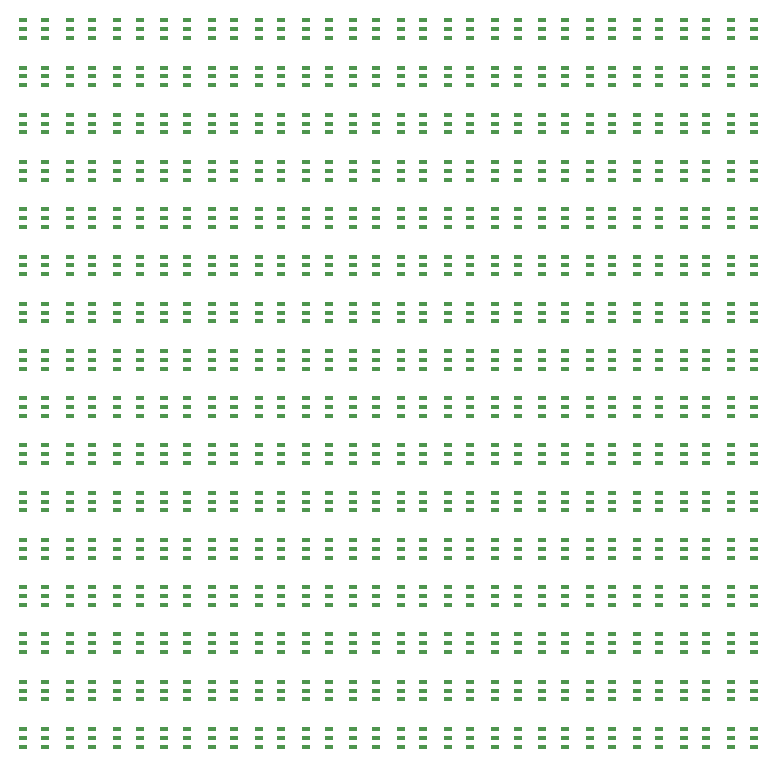
<source format=gbr>
G04 #@! TF.FileFunction,Paste,Top*
%FSLAX46Y46*%
G04 Gerber Fmt 4.6, Leading zero omitted, Abs format (unit mm)*
G04 Created by KiCad (PCBNEW 4.0.7) date 05/12/18 12:12:21*
%MOMM*%
%LPD*%
G01*
G04 APERTURE LIST*
%ADD10C,0.100000*%
%ADD11R,0.700000X0.350000*%
G04 APERTURE END LIST*
D10*
D11*
X109450000Y-133250000D03*
X107550000Y-133250000D03*
X109450000Y-132500000D03*
X107550000Y-132500000D03*
X109450000Y-131750000D03*
X107550000Y-131750000D03*
X125450000Y-129250000D03*
X123550000Y-129250000D03*
X125450000Y-128500000D03*
X123550000Y-128500000D03*
X125450000Y-127750000D03*
X123550000Y-127750000D03*
X161450000Y-125250000D03*
X159550000Y-125250000D03*
X161450000Y-124500000D03*
X159550000Y-124500000D03*
X161450000Y-123750000D03*
X159550000Y-123750000D03*
X121450000Y-109250000D03*
X119550000Y-109250000D03*
X121450000Y-108500000D03*
X119550000Y-108500000D03*
X121450000Y-107750000D03*
X119550000Y-107750000D03*
X105450000Y-105250000D03*
X103550000Y-105250000D03*
X105450000Y-104500000D03*
X103550000Y-104500000D03*
X105450000Y-103750000D03*
X103550000Y-103750000D03*
X109450000Y-105250000D03*
X107550000Y-105250000D03*
X109450000Y-104500000D03*
X107550000Y-104500000D03*
X109450000Y-103750000D03*
X107550000Y-103750000D03*
X113450000Y-105250000D03*
X111550000Y-105250000D03*
X113450000Y-104500000D03*
X111550000Y-104500000D03*
X113450000Y-103750000D03*
X111550000Y-103750000D03*
X117450000Y-105250000D03*
X115550000Y-105250000D03*
X117450000Y-104500000D03*
X115550000Y-104500000D03*
X117450000Y-103750000D03*
X115550000Y-103750000D03*
X121450000Y-105250000D03*
X119550000Y-105250000D03*
X121450000Y-104500000D03*
X119550000Y-104500000D03*
X121450000Y-103750000D03*
X119550000Y-103750000D03*
X125450000Y-105250000D03*
X123550000Y-105250000D03*
X125450000Y-104500000D03*
X123550000Y-104500000D03*
X125450000Y-103750000D03*
X123550000Y-103750000D03*
X129450000Y-105250000D03*
X127550000Y-105250000D03*
X129450000Y-104500000D03*
X127550000Y-104500000D03*
X129450000Y-103750000D03*
X127550000Y-103750000D03*
X133450000Y-105250000D03*
X131550000Y-105250000D03*
X133450000Y-104500000D03*
X131550000Y-104500000D03*
X133450000Y-103750000D03*
X131550000Y-103750000D03*
X137450000Y-105250000D03*
X135550000Y-105250000D03*
X137450000Y-104500000D03*
X135550000Y-104500000D03*
X137450000Y-103750000D03*
X135550000Y-103750000D03*
X141450000Y-105250000D03*
X139550000Y-105250000D03*
X141450000Y-104500000D03*
X139550000Y-104500000D03*
X141450000Y-103750000D03*
X139550000Y-103750000D03*
X145450000Y-105250000D03*
X143550000Y-105250000D03*
X145450000Y-104500000D03*
X143550000Y-104500000D03*
X145450000Y-103750000D03*
X143550000Y-103750000D03*
X149450000Y-105250000D03*
X147550000Y-105250000D03*
X149450000Y-104500000D03*
X147550000Y-104500000D03*
X149450000Y-103750000D03*
X147550000Y-103750000D03*
X153450000Y-105250000D03*
X151550000Y-105250000D03*
X153450000Y-104500000D03*
X151550000Y-104500000D03*
X153450000Y-103750000D03*
X151550000Y-103750000D03*
X157450000Y-105250000D03*
X155550000Y-105250000D03*
X157450000Y-104500000D03*
X155550000Y-104500000D03*
X157450000Y-103750000D03*
X155550000Y-103750000D03*
X161450000Y-105250000D03*
X159550000Y-105250000D03*
X161450000Y-104500000D03*
X159550000Y-104500000D03*
X161450000Y-103750000D03*
X159550000Y-103750000D03*
X165450000Y-105250000D03*
X163550000Y-105250000D03*
X165450000Y-104500000D03*
X163550000Y-104500000D03*
X165450000Y-103750000D03*
X163550000Y-103750000D03*
X105450000Y-109250000D03*
X103550000Y-109250000D03*
X105450000Y-108500000D03*
X103550000Y-108500000D03*
X105450000Y-107750000D03*
X103550000Y-107750000D03*
X109450000Y-109250000D03*
X107550000Y-109250000D03*
X109450000Y-108500000D03*
X107550000Y-108500000D03*
X109450000Y-107750000D03*
X107550000Y-107750000D03*
X113450000Y-109250000D03*
X111550000Y-109250000D03*
X113450000Y-108500000D03*
X111550000Y-108500000D03*
X113450000Y-107750000D03*
X111550000Y-107750000D03*
X117450000Y-109250000D03*
X115550000Y-109250000D03*
X117450000Y-108500000D03*
X115550000Y-108500000D03*
X117450000Y-107750000D03*
X115550000Y-107750000D03*
X125450000Y-109250000D03*
X123550000Y-109250000D03*
X125450000Y-108500000D03*
X123550000Y-108500000D03*
X125450000Y-107750000D03*
X123550000Y-107750000D03*
X129450000Y-109250000D03*
X127550000Y-109250000D03*
X129450000Y-108500000D03*
X127550000Y-108500000D03*
X129450000Y-107750000D03*
X127550000Y-107750000D03*
X133450000Y-109250000D03*
X131550000Y-109250000D03*
X133450000Y-108500000D03*
X131550000Y-108500000D03*
X133450000Y-107750000D03*
X131550000Y-107750000D03*
X137450000Y-109250000D03*
X135550000Y-109250000D03*
X137450000Y-108500000D03*
X135550000Y-108500000D03*
X137450000Y-107750000D03*
X135550000Y-107750000D03*
X141450000Y-109250000D03*
X139550000Y-109250000D03*
X141450000Y-108500000D03*
X139550000Y-108500000D03*
X141450000Y-107750000D03*
X139550000Y-107750000D03*
X145450000Y-109250000D03*
X143550000Y-109250000D03*
X145450000Y-108500000D03*
X143550000Y-108500000D03*
X145450000Y-107750000D03*
X143550000Y-107750000D03*
X149450000Y-109250000D03*
X147550000Y-109250000D03*
X149450000Y-108500000D03*
X147550000Y-108500000D03*
X149450000Y-107750000D03*
X147550000Y-107750000D03*
X153450000Y-109250000D03*
X151550000Y-109250000D03*
X153450000Y-108500000D03*
X151550000Y-108500000D03*
X153450000Y-107750000D03*
X151550000Y-107750000D03*
X157450000Y-109250000D03*
X155550000Y-109250000D03*
X157450000Y-108500000D03*
X155550000Y-108500000D03*
X157450000Y-107750000D03*
X155550000Y-107750000D03*
X161450000Y-109250000D03*
X159550000Y-109250000D03*
X161450000Y-108500000D03*
X159550000Y-108500000D03*
X161450000Y-107750000D03*
X159550000Y-107750000D03*
X165450000Y-109250000D03*
X163550000Y-109250000D03*
X165450000Y-108500000D03*
X163550000Y-108500000D03*
X165450000Y-107750000D03*
X163550000Y-107750000D03*
X105450000Y-113250000D03*
X103550000Y-113250000D03*
X105450000Y-112500000D03*
X103550000Y-112500000D03*
X105450000Y-111750000D03*
X103550000Y-111750000D03*
X109450000Y-113250000D03*
X107550000Y-113250000D03*
X109450000Y-112500000D03*
X107550000Y-112500000D03*
X109450000Y-111750000D03*
X107550000Y-111750000D03*
X113450000Y-113250000D03*
X111550000Y-113250000D03*
X113450000Y-112500000D03*
X111550000Y-112500000D03*
X113450000Y-111750000D03*
X111550000Y-111750000D03*
X117450000Y-113250000D03*
X115550000Y-113250000D03*
X117450000Y-112500000D03*
X115550000Y-112500000D03*
X117450000Y-111750000D03*
X115550000Y-111750000D03*
X121450000Y-113250000D03*
X119550000Y-113250000D03*
X121450000Y-112500000D03*
X119550000Y-112500000D03*
X121450000Y-111750000D03*
X119550000Y-111750000D03*
X125450000Y-113250000D03*
X123550000Y-113250000D03*
X125450000Y-112500000D03*
X123550000Y-112500000D03*
X125450000Y-111750000D03*
X123550000Y-111750000D03*
X129450000Y-113250000D03*
X127550000Y-113250000D03*
X129450000Y-112500000D03*
X127550000Y-112500000D03*
X129450000Y-111750000D03*
X127550000Y-111750000D03*
X133450000Y-113250000D03*
X131550000Y-113250000D03*
X133450000Y-112500000D03*
X131550000Y-112500000D03*
X133450000Y-111750000D03*
X131550000Y-111750000D03*
X137450000Y-113250000D03*
X135550000Y-113250000D03*
X137450000Y-112500000D03*
X135550000Y-112500000D03*
X137450000Y-111750000D03*
X135550000Y-111750000D03*
X141450000Y-113250000D03*
X139550000Y-113250000D03*
X141450000Y-112500000D03*
X139550000Y-112500000D03*
X141450000Y-111750000D03*
X139550000Y-111750000D03*
X145450000Y-113250000D03*
X143550000Y-113250000D03*
X145450000Y-112500000D03*
X143550000Y-112500000D03*
X145450000Y-111750000D03*
X143550000Y-111750000D03*
X149450000Y-113250000D03*
X147550000Y-113250000D03*
X149450000Y-112500000D03*
X147550000Y-112500000D03*
X149450000Y-111750000D03*
X147550000Y-111750000D03*
X153450000Y-113250000D03*
X151550000Y-113250000D03*
X153450000Y-112500000D03*
X151550000Y-112500000D03*
X153450000Y-111750000D03*
X151550000Y-111750000D03*
X157450000Y-113250000D03*
X155550000Y-113250000D03*
X157450000Y-112500000D03*
X155550000Y-112500000D03*
X157450000Y-111750000D03*
X155550000Y-111750000D03*
X161450000Y-113250000D03*
X159550000Y-113250000D03*
X161450000Y-112500000D03*
X159550000Y-112500000D03*
X161450000Y-111750000D03*
X159550000Y-111750000D03*
X165450000Y-113250000D03*
X163550000Y-113250000D03*
X165450000Y-112500000D03*
X163550000Y-112500000D03*
X165450000Y-111750000D03*
X163550000Y-111750000D03*
X105450000Y-117250000D03*
X103550000Y-117250000D03*
X105450000Y-116500000D03*
X103550000Y-116500000D03*
X105450000Y-115750000D03*
X103550000Y-115750000D03*
X109450000Y-117250000D03*
X107550000Y-117250000D03*
X109450000Y-116500000D03*
X107550000Y-116500000D03*
X109450000Y-115750000D03*
X107550000Y-115750000D03*
X113450000Y-117250000D03*
X111550000Y-117250000D03*
X113450000Y-116500000D03*
X111550000Y-116500000D03*
X113450000Y-115750000D03*
X111550000Y-115750000D03*
X117450000Y-117250000D03*
X115550000Y-117250000D03*
X117450000Y-116500000D03*
X115550000Y-116500000D03*
X117450000Y-115750000D03*
X115550000Y-115750000D03*
X121450000Y-117250000D03*
X119550000Y-117250000D03*
X121450000Y-116500000D03*
X119550000Y-116500000D03*
X121450000Y-115750000D03*
X119550000Y-115750000D03*
X125450000Y-117250000D03*
X123550000Y-117250000D03*
X125450000Y-116500000D03*
X123550000Y-116500000D03*
X125450000Y-115750000D03*
X123550000Y-115750000D03*
X129450000Y-117250000D03*
X127550000Y-117250000D03*
X129450000Y-116500000D03*
X127550000Y-116500000D03*
X129450000Y-115750000D03*
X127550000Y-115750000D03*
X133450000Y-117250000D03*
X131550000Y-117250000D03*
X133450000Y-116500000D03*
X131550000Y-116500000D03*
X133450000Y-115750000D03*
X131550000Y-115750000D03*
X137450000Y-117250000D03*
X135550000Y-117250000D03*
X137450000Y-116500000D03*
X135550000Y-116500000D03*
X137450000Y-115750000D03*
X135550000Y-115750000D03*
X141450000Y-117250000D03*
X139550000Y-117250000D03*
X141450000Y-116500000D03*
X139550000Y-116500000D03*
X141450000Y-115750000D03*
X139550000Y-115750000D03*
X145450000Y-117250000D03*
X143550000Y-117250000D03*
X145450000Y-116500000D03*
X143550000Y-116500000D03*
X145450000Y-115750000D03*
X143550000Y-115750000D03*
X149450000Y-117250000D03*
X147550000Y-117250000D03*
X149450000Y-116500000D03*
X147550000Y-116500000D03*
X149450000Y-115750000D03*
X147550000Y-115750000D03*
X153450000Y-117250000D03*
X151550000Y-117250000D03*
X153450000Y-116500000D03*
X151550000Y-116500000D03*
X153450000Y-115750000D03*
X151550000Y-115750000D03*
X157450000Y-117250000D03*
X155550000Y-117250000D03*
X157450000Y-116500000D03*
X155550000Y-116500000D03*
X157450000Y-115750000D03*
X155550000Y-115750000D03*
X161450000Y-117250000D03*
X159550000Y-117250000D03*
X161450000Y-116500000D03*
X159550000Y-116500000D03*
X161450000Y-115750000D03*
X159550000Y-115750000D03*
X165450000Y-117250000D03*
X163550000Y-117250000D03*
X165450000Y-116500000D03*
X163550000Y-116500000D03*
X165450000Y-115750000D03*
X163550000Y-115750000D03*
X105450000Y-121250000D03*
X103550000Y-121250000D03*
X105450000Y-120500000D03*
X103550000Y-120500000D03*
X105450000Y-119750000D03*
X103550000Y-119750000D03*
X109450000Y-121250000D03*
X107550000Y-121250000D03*
X109450000Y-120500000D03*
X107550000Y-120500000D03*
X109450000Y-119750000D03*
X107550000Y-119750000D03*
X113450000Y-121250000D03*
X111550000Y-121250000D03*
X113450000Y-120500000D03*
X111550000Y-120500000D03*
X113450000Y-119750000D03*
X111550000Y-119750000D03*
X117450000Y-121250000D03*
X115550000Y-121250000D03*
X117450000Y-120500000D03*
X115550000Y-120500000D03*
X117450000Y-119750000D03*
X115550000Y-119750000D03*
X121450000Y-121250000D03*
X119550000Y-121250000D03*
X121450000Y-120500000D03*
X119550000Y-120500000D03*
X121450000Y-119750000D03*
X119550000Y-119750000D03*
X125450000Y-121250000D03*
X123550000Y-121250000D03*
X125450000Y-120500000D03*
X123550000Y-120500000D03*
X125450000Y-119750000D03*
X123550000Y-119750000D03*
X129450000Y-121250000D03*
X127550000Y-121250000D03*
X129450000Y-120500000D03*
X127550000Y-120500000D03*
X129450000Y-119750000D03*
X127550000Y-119750000D03*
X133450000Y-121250000D03*
X131550000Y-121250000D03*
X133450000Y-120500000D03*
X131550000Y-120500000D03*
X133450000Y-119750000D03*
X131550000Y-119750000D03*
X137450000Y-121250000D03*
X135550000Y-121250000D03*
X137450000Y-120500000D03*
X135550000Y-120500000D03*
X137450000Y-119750000D03*
X135550000Y-119750000D03*
X141450000Y-121250000D03*
X139550000Y-121250000D03*
X141450000Y-120500000D03*
X139550000Y-120500000D03*
X141450000Y-119750000D03*
X139550000Y-119750000D03*
X145450000Y-121250000D03*
X143550000Y-121250000D03*
X145450000Y-120500000D03*
X143550000Y-120500000D03*
X145450000Y-119750000D03*
X143550000Y-119750000D03*
X149450000Y-121250000D03*
X147550000Y-121250000D03*
X149450000Y-120500000D03*
X147550000Y-120500000D03*
X149450000Y-119750000D03*
X147550000Y-119750000D03*
X153450000Y-121250000D03*
X151550000Y-121250000D03*
X153450000Y-120500000D03*
X151550000Y-120500000D03*
X153450000Y-119750000D03*
X151550000Y-119750000D03*
X157450000Y-121250000D03*
X155550000Y-121250000D03*
X157450000Y-120500000D03*
X155550000Y-120500000D03*
X157450000Y-119750000D03*
X155550000Y-119750000D03*
X161450000Y-121250000D03*
X159550000Y-121250000D03*
X161450000Y-120500000D03*
X159550000Y-120500000D03*
X161450000Y-119750000D03*
X159550000Y-119750000D03*
X165450000Y-121250000D03*
X163550000Y-121250000D03*
X165450000Y-120500000D03*
X163550000Y-120500000D03*
X165450000Y-119750000D03*
X163550000Y-119750000D03*
X105450000Y-125250000D03*
X103550000Y-125250000D03*
X105450000Y-124500000D03*
X103550000Y-124500000D03*
X105450000Y-123750000D03*
X103550000Y-123750000D03*
X109450000Y-125250000D03*
X107550000Y-125250000D03*
X109450000Y-124500000D03*
X107550000Y-124500000D03*
X109450000Y-123750000D03*
X107550000Y-123750000D03*
X113450000Y-125250000D03*
X111550000Y-125250000D03*
X113450000Y-124500000D03*
X111550000Y-124500000D03*
X113450000Y-123750000D03*
X111550000Y-123750000D03*
X117450000Y-125250000D03*
X115550000Y-125250000D03*
X117450000Y-124500000D03*
X115550000Y-124500000D03*
X117450000Y-123750000D03*
X115550000Y-123750000D03*
X121450000Y-125250000D03*
X119550000Y-125250000D03*
X121450000Y-124500000D03*
X119550000Y-124500000D03*
X121450000Y-123750000D03*
X119550000Y-123750000D03*
X125450000Y-125250000D03*
X123550000Y-125250000D03*
X125450000Y-124500000D03*
X123550000Y-124500000D03*
X125450000Y-123750000D03*
X123550000Y-123750000D03*
X129450000Y-125250000D03*
X127550000Y-125250000D03*
X129450000Y-124500000D03*
X127550000Y-124500000D03*
X129450000Y-123750000D03*
X127550000Y-123750000D03*
X133450000Y-125250000D03*
X131550000Y-125250000D03*
X133450000Y-124500000D03*
X131550000Y-124500000D03*
X133450000Y-123750000D03*
X131550000Y-123750000D03*
X137450000Y-125250000D03*
X135550000Y-125250000D03*
X137450000Y-124500000D03*
X135550000Y-124500000D03*
X137450000Y-123750000D03*
X135550000Y-123750000D03*
X141450000Y-125250000D03*
X139550000Y-125250000D03*
X141450000Y-124500000D03*
X139550000Y-124500000D03*
X141450000Y-123750000D03*
X139550000Y-123750000D03*
X145450000Y-125250000D03*
X143550000Y-125250000D03*
X145450000Y-124500000D03*
X143550000Y-124500000D03*
X145450000Y-123750000D03*
X143550000Y-123750000D03*
X149450000Y-125250000D03*
X147550000Y-125250000D03*
X149450000Y-124500000D03*
X147550000Y-124500000D03*
X149450000Y-123750000D03*
X147550000Y-123750000D03*
X153450000Y-125250000D03*
X151550000Y-125250000D03*
X153450000Y-124500000D03*
X151550000Y-124500000D03*
X153450000Y-123750000D03*
X151550000Y-123750000D03*
X157450000Y-125250000D03*
X155550000Y-125250000D03*
X157450000Y-124500000D03*
X155550000Y-124500000D03*
X157450000Y-123750000D03*
X155550000Y-123750000D03*
X165450000Y-125250000D03*
X163550000Y-125250000D03*
X165450000Y-124500000D03*
X163550000Y-124500000D03*
X165450000Y-123750000D03*
X163550000Y-123750000D03*
X105450000Y-129250000D03*
X103550000Y-129250000D03*
X105450000Y-128500000D03*
X103550000Y-128500000D03*
X105450000Y-127750000D03*
X103550000Y-127750000D03*
X109450000Y-129250000D03*
X107550000Y-129250000D03*
X109450000Y-128500000D03*
X107550000Y-128500000D03*
X109450000Y-127750000D03*
X107550000Y-127750000D03*
X113450000Y-129250000D03*
X111550000Y-129250000D03*
X113450000Y-128500000D03*
X111550000Y-128500000D03*
X113450000Y-127750000D03*
X111550000Y-127750000D03*
X117450000Y-129250000D03*
X115550000Y-129250000D03*
X117450000Y-128500000D03*
X115550000Y-128500000D03*
X117450000Y-127750000D03*
X115550000Y-127750000D03*
X121450000Y-129250000D03*
X119550000Y-129250000D03*
X121450000Y-128500000D03*
X119550000Y-128500000D03*
X121450000Y-127750000D03*
X119550000Y-127750000D03*
X129450000Y-129250000D03*
X127550000Y-129250000D03*
X129450000Y-128500000D03*
X127550000Y-128500000D03*
X129450000Y-127750000D03*
X127550000Y-127750000D03*
X133450000Y-129250000D03*
X131550000Y-129250000D03*
X133450000Y-128500000D03*
X131550000Y-128500000D03*
X133450000Y-127750000D03*
X131550000Y-127750000D03*
X137450000Y-129250000D03*
X135550000Y-129250000D03*
X137450000Y-128500000D03*
X135550000Y-128500000D03*
X137450000Y-127750000D03*
X135550000Y-127750000D03*
X141450000Y-129250000D03*
X139550000Y-129250000D03*
X141450000Y-128500000D03*
X139550000Y-128500000D03*
X141450000Y-127750000D03*
X139550000Y-127750000D03*
X145450000Y-129250000D03*
X143550000Y-129250000D03*
X145450000Y-128500000D03*
X143550000Y-128500000D03*
X145450000Y-127750000D03*
X143550000Y-127750000D03*
X149450000Y-129250000D03*
X147550000Y-129250000D03*
X149450000Y-128500000D03*
X147550000Y-128500000D03*
X149450000Y-127750000D03*
X147550000Y-127750000D03*
X153450000Y-129250000D03*
X151550000Y-129250000D03*
X153450000Y-128500000D03*
X151550000Y-128500000D03*
X153450000Y-127750000D03*
X151550000Y-127750000D03*
X157450000Y-129250000D03*
X155550000Y-129250000D03*
X157450000Y-128500000D03*
X155550000Y-128500000D03*
X157450000Y-127750000D03*
X155550000Y-127750000D03*
X161450000Y-129250000D03*
X159550000Y-129250000D03*
X161450000Y-128500000D03*
X159550000Y-128500000D03*
X161450000Y-127750000D03*
X159550000Y-127750000D03*
X165450000Y-129250000D03*
X163550000Y-129250000D03*
X165450000Y-128500000D03*
X163550000Y-128500000D03*
X165450000Y-127750000D03*
X163550000Y-127750000D03*
X105450000Y-133250000D03*
X103550000Y-133250000D03*
X105450000Y-132500000D03*
X103550000Y-132500000D03*
X105450000Y-131750000D03*
X103550000Y-131750000D03*
X113450000Y-133250000D03*
X111550000Y-133250000D03*
X113450000Y-132500000D03*
X111550000Y-132500000D03*
X113450000Y-131750000D03*
X111550000Y-131750000D03*
X117450000Y-133250000D03*
X115550000Y-133250000D03*
X117450000Y-132500000D03*
X115550000Y-132500000D03*
X117450000Y-131750000D03*
X115550000Y-131750000D03*
X121450000Y-133250000D03*
X119550000Y-133250000D03*
X121450000Y-132500000D03*
X119550000Y-132500000D03*
X121450000Y-131750000D03*
X119550000Y-131750000D03*
X125450000Y-133250000D03*
X123550000Y-133250000D03*
X125450000Y-132500000D03*
X123550000Y-132500000D03*
X125450000Y-131750000D03*
X123550000Y-131750000D03*
X129450000Y-133250000D03*
X127550000Y-133250000D03*
X129450000Y-132500000D03*
X127550000Y-132500000D03*
X129450000Y-131750000D03*
X127550000Y-131750000D03*
X133450000Y-133250000D03*
X131550000Y-133250000D03*
X133450000Y-132500000D03*
X131550000Y-132500000D03*
X133450000Y-131750000D03*
X131550000Y-131750000D03*
X137450000Y-133250000D03*
X135550000Y-133250000D03*
X137450000Y-132500000D03*
X135550000Y-132500000D03*
X137450000Y-131750000D03*
X135550000Y-131750000D03*
X141450000Y-133250000D03*
X139550000Y-133250000D03*
X141450000Y-132500000D03*
X139550000Y-132500000D03*
X141450000Y-131750000D03*
X139550000Y-131750000D03*
X145450000Y-133250000D03*
X143550000Y-133250000D03*
X145450000Y-132500000D03*
X143550000Y-132500000D03*
X145450000Y-131750000D03*
X143550000Y-131750000D03*
X149450000Y-133250000D03*
X147550000Y-133250000D03*
X149450000Y-132500000D03*
X147550000Y-132500000D03*
X149450000Y-131750000D03*
X147550000Y-131750000D03*
X153450000Y-133250000D03*
X151550000Y-133250000D03*
X153450000Y-132500000D03*
X151550000Y-132500000D03*
X153450000Y-131750000D03*
X151550000Y-131750000D03*
X157450000Y-133250000D03*
X155550000Y-133250000D03*
X157450000Y-132500000D03*
X155550000Y-132500000D03*
X157450000Y-131750000D03*
X155550000Y-131750000D03*
X161450000Y-133250000D03*
X159550000Y-133250000D03*
X161450000Y-132500000D03*
X159550000Y-132500000D03*
X161450000Y-131750000D03*
X159550000Y-131750000D03*
X165450000Y-133250000D03*
X163550000Y-133250000D03*
X165450000Y-132500000D03*
X163550000Y-132500000D03*
X165450000Y-131750000D03*
X163550000Y-131750000D03*
X105450000Y-137250000D03*
X103550000Y-137250000D03*
X105450000Y-136500000D03*
X103550000Y-136500000D03*
X105450000Y-135750000D03*
X103550000Y-135750000D03*
X109450000Y-137250000D03*
X107550000Y-137250000D03*
X109450000Y-136500000D03*
X107550000Y-136500000D03*
X109450000Y-135750000D03*
X107550000Y-135750000D03*
X113450000Y-137250000D03*
X111550000Y-137250000D03*
X113450000Y-136500000D03*
X111550000Y-136500000D03*
X113450000Y-135750000D03*
X111550000Y-135750000D03*
X117450000Y-137250000D03*
X115550000Y-137250000D03*
X117450000Y-136500000D03*
X115550000Y-136500000D03*
X117450000Y-135750000D03*
X115550000Y-135750000D03*
X121450000Y-137250000D03*
X119550000Y-137250000D03*
X121450000Y-136500000D03*
X119550000Y-136500000D03*
X121450000Y-135750000D03*
X119550000Y-135750000D03*
X125450000Y-137250000D03*
X123550000Y-137250000D03*
X125450000Y-136500000D03*
X123550000Y-136500000D03*
X125450000Y-135750000D03*
X123550000Y-135750000D03*
X129450000Y-137250000D03*
X127550000Y-137250000D03*
X129450000Y-136500000D03*
X127550000Y-136500000D03*
X129450000Y-135750000D03*
X127550000Y-135750000D03*
X133450000Y-137250000D03*
X131550000Y-137250000D03*
X133450000Y-136500000D03*
X131550000Y-136500000D03*
X133450000Y-135750000D03*
X131550000Y-135750000D03*
X137450000Y-137250000D03*
X135550000Y-137250000D03*
X137450000Y-136500000D03*
X135550000Y-136500000D03*
X137450000Y-135750000D03*
X135550000Y-135750000D03*
X141450000Y-137250000D03*
X139550000Y-137250000D03*
X141450000Y-136500000D03*
X139550000Y-136500000D03*
X141450000Y-135750000D03*
X139550000Y-135750000D03*
X145450000Y-137250000D03*
X143550000Y-137250000D03*
X145450000Y-136500000D03*
X143550000Y-136500000D03*
X145450000Y-135750000D03*
X143550000Y-135750000D03*
X149450000Y-137250000D03*
X147550000Y-137250000D03*
X149450000Y-136500000D03*
X147550000Y-136500000D03*
X149450000Y-135750000D03*
X147550000Y-135750000D03*
X153450000Y-137250000D03*
X151550000Y-137250000D03*
X153450000Y-136500000D03*
X151550000Y-136500000D03*
X153450000Y-135750000D03*
X151550000Y-135750000D03*
X157450000Y-137250000D03*
X155550000Y-137250000D03*
X157450000Y-136500000D03*
X155550000Y-136500000D03*
X157450000Y-135750000D03*
X155550000Y-135750000D03*
X161450000Y-137250000D03*
X159550000Y-137250000D03*
X161450000Y-136500000D03*
X159550000Y-136500000D03*
X161450000Y-135750000D03*
X159550000Y-135750000D03*
X165450000Y-137250000D03*
X163550000Y-137250000D03*
X165450000Y-136500000D03*
X163550000Y-136500000D03*
X165450000Y-135750000D03*
X163550000Y-135750000D03*
X105450000Y-141250000D03*
X103550000Y-141250000D03*
X105450000Y-140500000D03*
X103550000Y-140500000D03*
X105450000Y-139750000D03*
X103550000Y-139750000D03*
X109450000Y-141250000D03*
X107550000Y-141250000D03*
X109450000Y-140500000D03*
X107550000Y-140500000D03*
X109450000Y-139750000D03*
X107550000Y-139750000D03*
X113450000Y-141250000D03*
X111550000Y-141250000D03*
X113450000Y-140500000D03*
X111550000Y-140500000D03*
X113450000Y-139750000D03*
X111550000Y-139750000D03*
X117450000Y-141250000D03*
X115550000Y-141250000D03*
X117450000Y-140500000D03*
X115550000Y-140500000D03*
X117450000Y-139750000D03*
X115550000Y-139750000D03*
X121450000Y-141250000D03*
X119550000Y-141250000D03*
X121450000Y-140500000D03*
X119550000Y-140500000D03*
X121450000Y-139750000D03*
X119550000Y-139750000D03*
X125450000Y-141250000D03*
X123550000Y-141250000D03*
X125450000Y-140500000D03*
X123550000Y-140500000D03*
X125450000Y-139750000D03*
X123550000Y-139750000D03*
X129450000Y-141250000D03*
X127550000Y-141250000D03*
X129450000Y-140500000D03*
X127550000Y-140500000D03*
X129450000Y-139750000D03*
X127550000Y-139750000D03*
X133450000Y-141250000D03*
X131550000Y-141250000D03*
X133450000Y-140500000D03*
X131550000Y-140500000D03*
X133450000Y-139750000D03*
X131550000Y-139750000D03*
X137450000Y-141250000D03*
X135550000Y-141250000D03*
X137450000Y-140500000D03*
X135550000Y-140500000D03*
X137450000Y-139750000D03*
X135550000Y-139750000D03*
X141450000Y-141250000D03*
X139550000Y-141250000D03*
X141450000Y-140500000D03*
X139550000Y-140500000D03*
X141450000Y-139750000D03*
X139550000Y-139750000D03*
X145450000Y-141250000D03*
X143550000Y-141250000D03*
X145450000Y-140500000D03*
X143550000Y-140500000D03*
X145450000Y-139750000D03*
X143550000Y-139750000D03*
X149450000Y-141250000D03*
X147550000Y-141250000D03*
X149450000Y-140500000D03*
X147550000Y-140500000D03*
X149450000Y-139750000D03*
X147550000Y-139750000D03*
X153450000Y-141250000D03*
X151550000Y-141250000D03*
X153450000Y-140500000D03*
X151550000Y-140500000D03*
X153450000Y-139750000D03*
X151550000Y-139750000D03*
X157450000Y-141250000D03*
X155550000Y-141250000D03*
X157450000Y-140500000D03*
X155550000Y-140500000D03*
X157450000Y-139750000D03*
X155550000Y-139750000D03*
X161450000Y-141250000D03*
X159550000Y-141250000D03*
X161450000Y-140500000D03*
X159550000Y-140500000D03*
X161450000Y-139750000D03*
X159550000Y-139750000D03*
X165450000Y-141250000D03*
X163550000Y-141250000D03*
X165450000Y-140500000D03*
X163550000Y-140500000D03*
X165450000Y-139750000D03*
X163550000Y-139750000D03*
X105450000Y-145250000D03*
X103550000Y-145250000D03*
X105450000Y-144500000D03*
X103550000Y-144500000D03*
X105450000Y-143750000D03*
X103550000Y-143750000D03*
X109450000Y-145250000D03*
X107550000Y-145250000D03*
X109450000Y-144500000D03*
X107550000Y-144500000D03*
X109450000Y-143750000D03*
X107550000Y-143750000D03*
X113450000Y-145250000D03*
X111550000Y-145250000D03*
X113450000Y-144500000D03*
X111550000Y-144500000D03*
X113450000Y-143750000D03*
X111550000Y-143750000D03*
X117450000Y-145250000D03*
X115550000Y-145250000D03*
X117450000Y-144500000D03*
X115550000Y-144500000D03*
X117450000Y-143750000D03*
X115550000Y-143750000D03*
X121450000Y-145250000D03*
X119550000Y-145250000D03*
X121450000Y-144500000D03*
X119550000Y-144500000D03*
X121450000Y-143750000D03*
X119550000Y-143750000D03*
X125450000Y-145250000D03*
X123550000Y-145250000D03*
X125450000Y-144500000D03*
X123550000Y-144500000D03*
X125450000Y-143750000D03*
X123550000Y-143750000D03*
X129450000Y-145250000D03*
X127550000Y-145250000D03*
X129450000Y-144500000D03*
X127550000Y-144500000D03*
X129450000Y-143750000D03*
X127550000Y-143750000D03*
X133450000Y-145250000D03*
X131550000Y-145250000D03*
X133450000Y-144500000D03*
X131550000Y-144500000D03*
X133450000Y-143750000D03*
X131550000Y-143750000D03*
X137450000Y-145250000D03*
X135550000Y-145250000D03*
X137450000Y-144500000D03*
X135550000Y-144500000D03*
X137450000Y-143750000D03*
X135550000Y-143750000D03*
X141450000Y-145250000D03*
X139550000Y-145250000D03*
X141450000Y-144500000D03*
X139550000Y-144500000D03*
X141450000Y-143750000D03*
X139550000Y-143750000D03*
X145450000Y-145250000D03*
X143550000Y-145250000D03*
X145450000Y-144500000D03*
X143550000Y-144500000D03*
X145450000Y-143750000D03*
X143550000Y-143750000D03*
X149450000Y-145250000D03*
X147550000Y-145250000D03*
X149450000Y-144500000D03*
X147550000Y-144500000D03*
X149450000Y-143750000D03*
X147550000Y-143750000D03*
X153450000Y-145250000D03*
X151550000Y-145250000D03*
X153450000Y-144500000D03*
X151550000Y-144500000D03*
X153450000Y-143750000D03*
X151550000Y-143750000D03*
X157450000Y-145250000D03*
X155550000Y-145250000D03*
X157450000Y-144500000D03*
X155550000Y-144500000D03*
X157450000Y-143750000D03*
X155550000Y-143750000D03*
X161450000Y-145250000D03*
X159550000Y-145250000D03*
X161450000Y-144500000D03*
X159550000Y-144500000D03*
X161450000Y-143750000D03*
X159550000Y-143750000D03*
X165450000Y-145250000D03*
X163550000Y-145250000D03*
X165450000Y-144500000D03*
X163550000Y-144500000D03*
X165450000Y-143750000D03*
X163550000Y-143750000D03*
X105450000Y-149250000D03*
X103550000Y-149250000D03*
X105450000Y-148500000D03*
X103550000Y-148500000D03*
X105450000Y-147750000D03*
X103550000Y-147750000D03*
X109450000Y-149250000D03*
X107550000Y-149250000D03*
X109450000Y-148500000D03*
X107550000Y-148500000D03*
X109450000Y-147750000D03*
X107550000Y-147750000D03*
X113450000Y-149250000D03*
X111550000Y-149250000D03*
X113450000Y-148500000D03*
X111550000Y-148500000D03*
X113450000Y-147750000D03*
X111550000Y-147750000D03*
X117450000Y-149250000D03*
X115550000Y-149250000D03*
X117450000Y-148500000D03*
X115550000Y-148500000D03*
X117450000Y-147750000D03*
X115550000Y-147750000D03*
X121450000Y-149250000D03*
X119550000Y-149250000D03*
X121450000Y-148500000D03*
X119550000Y-148500000D03*
X121450000Y-147750000D03*
X119550000Y-147750000D03*
X125450000Y-149250000D03*
X123550000Y-149250000D03*
X125450000Y-148500000D03*
X123550000Y-148500000D03*
X125450000Y-147750000D03*
X123550000Y-147750000D03*
X129450000Y-149250000D03*
X127550000Y-149250000D03*
X129450000Y-148500000D03*
X127550000Y-148500000D03*
X129450000Y-147750000D03*
X127550000Y-147750000D03*
X133450000Y-149250000D03*
X131550000Y-149250000D03*
X133450000Y-148500000D03*
X131550000Y-148500000D03*
X133450000Y-147750000D03*
X131550000Y-147750000D03*
X137450000Y-149250000D03*
X135550000Y-149250000D03*
X137450000Y-148500000D03*
X135550000Y-148500000D03*
X137450000Y-147750000D03*
X135550000Y-147750000D03*
X141450000Y-149250000D03*
X139550000Y-149250000D03*
X141450000Y-148500000D03*
X139550000Y-148500000D03*
X141450000Y-147750000D03*
X139550000Y-147750000D03*
X145450000Y-149250000D03*
X143550000Y-149250000D03*
X145450000Y-148500000D03*
X143550000Y-148500000D03*
X145450000Y-147750000D03*
X143550000Y-147750000D03*
X149450000Y-149250000D03*
X147550000Y-149250000D03*
X149450000Y-148500000D03*
X147550000Y-148500000D03*
X149450000Y-147750000D03*
X147550000Y-147750000D03*
X153450000Y-149250000D03*
X151550000Y-149250000D03*
X153450000Y-148500000D03*
X151550000Y-148500000D03*
X153450000Y-147750000D03*
X151550000Y-147750000D03*
X157450000Y-149250000D03*
X155550000Y-149250000D03*
X157450000Y-148500000D03*
X155550000Y-148500000D03*
X157450000Y-147750000D03*
X155550000Y-147750000D03*
X161450000Y-149250000D03*
X159550000Y-149250000D03*
X161450000Y-148500000D03*
X159550000Y-148500000D03*
X161450000Y-147750000D03*
X159550000Y-147750000D03*
X165450000Y-149250000D03*
X163550000Y-149250000D03*
X165450000Y-148500000D03*
X163550000Y-148500000D03*
X165450000Y-147750000D03*
X163550000Y-147750000D03*
X105450000Y-153250000D03*
X103550000Y-153250000D03*
X105450000Y-152500000D03*
X103550000Y-152500000D03*
X105450000Y-151750000D03*
X103550000Y-151750000D03*
X109450000Y-153250000D03*
X107550000Y-153250000D03*
X109450000Y-152500000D03*
X107550000Y-152500000D03*
X109450000Y-151750000D03*
X107550000Y-151750000D03*
X113450000Y-153250000D03*
X111550000Y-153250000D03*
X113450000Y-152500000D03*
X111550000Y-152500000D03*
X113450000Y-151750000D03*
X111550000Y-151750000D03*
X117450000Y-153250000D03*
X115550000Y-153250000D03*
X117450000Y-152500000D03*
X115550000Y-152500000D03*
X117450000Y-151750000D03*
X115550000Y-151750000D03*
X121450000Y-153250000D03*
X119550000Y-153250000D03*
X121450000Y-152500000D03*
X119550000Y-152500000D03*
X121450000Y-151750000D03*
X119550000Y-151750000D03*
X125450000Y-153250000D03*
X123550000Y-153250000D03*
X125450000Y-152500000D03*
X123550000Y-152500000D03*
X125450000Y-151750000D03*
X123550000Y-151750000D03*
X129450000Y-153250000D03*
X127550000Y-153250000D03*
X129450000Y-152500000D03*
X127550000Y-152500000D03*
X129450000Y-151750000D03*
X127550000Y-151750000D03*
X133450000Y-153250000D03*
X131550000Y-153250000D03*
X133450000Y-152500000D03*
X131550000Y-152500000D03*
X133450000Y-151750000D03*
X131550000Y-151750000D03*
X137450000Y-153250000D03*
X135550000Y-153250000D03*
X137450000Y-152500000D03*
X135550000Y-152500000D03*
X137450000Y-151750000D03*
X135550000Y-151750000D03*
X141450000Y-153250000D03*
X139550000Y-153250000D03*
X141450000Y-152500000D03*
X139550000Y-152500000D03*
X141450000Y-151750000D03*
X139550000Y-151750000D03*
X145450000Y-153250000D03*
X143550000Y-153250000D03*
X145450000Y-152500000D03*
X143550000Y-152500000D03*
X145450000Y-151750000D03*
X143550000Y-151750000D03*
X149450000Y-153250000D03*
X147550000Y-153250000D03*
X149450000Y-152500000D03*
X147550000Y-152500000D03*
X149450000Y-151750000D03*
X147550000Y-151750000D03*
X153450000Y-153250000D03*
X151550000Y-153250000D03*
X153450000Y-152500000D03*
X151550000Y-152500000D03*
X153450000Y-151750000D03*
X151550000Y-151750000D03*
X157450000Y-153250000D03*
X155550000Y-153250000D03*
X157450000Y-152500000D03*
X155550000Y-152500000D03*
X157450000Y-151750000D03*
X155550000Y-151750000D03*
X161450000Y-153250000D03*
X159550000Y-153250000D03*
X161450000Y-152500000D03*
X159550000Y-152500000D03*
X161450000Y-151750000D03*
X159550000Y-151750000D03*
X165450000Y-153250000D03*
X163550000Y-153250000D03*
X165450000Y-152500000D03*
X163550000Y-152500000D03*
X165450000Y-151750000D03*
X163550000Y-151750000D03*
X105450000Y-157250000D03*
X103550000Y-157250000D03*
X105450000Y-156500000D03*
X103550000Y-156500000D03*
X105450000Y-155750000D03*
X103550000Y-155750000D03*
X109450000Y-157250000D03*
X107550000Y-157250000D03*
X109450000Y-156500000D03*
X107550000Y-156500000D03*
X109450000Y-155750000D03*
X107550000Y-155750000D03*
X113450000Y-157250000D03*
X111550000Y-157250000D03*
X113450000Y-156500000D03*
X111550000Y-156500000D03*
X113450000Y-155750000D03*
X111550000Y-155750000D03*
X117450000Y-157250000D03*
X115550000Y-157250000D03*
X117450000Y-156500000D03*
X115550000Y-156500000D03*
X117450000Y-155750000D03*
X115550000Y-155750000D03*
X121450000Y-157250000D03*
X119550000Y-157250000D03*
X121450000Y-156500000D03*
X119550000Y-156500000D03*
X121450000Y-155750000D03*
X119550000Y-155750000D03*
X125450000Y-157250000D03*
X123550000Y-157250000D03*
X125450000Y-156500000D03*
X123550000Y-156500000D03*
X125450000Y-155750000D03*
X123550000Y-155750000D03*
X129450000Y-157250000D03*
X127550000Y-157250000D03*
X129450000Y-156500000D03*
X127550000Y-156500000D03*
X129450000Y-155750000D03*
X127550000Y-155750000D03*
X133450000Y-157250000D03*
X131550000Y-157250000D03*
X133450000Y-156500000D03*
X131550000Y-156500000D03*
X133450000Y-155750000D03*
X131550000Y-155750000D03*
X137450000Y-157250000D03*
X135550000Y-157250000D03*
X137450000Y-156500000D03*
X135550000Y-156500000D03*
X137450000Y-155750000D03*
X135550000Y-155750000D03*
X141450000Y-157250000D03*
X139550000Y-157250000D03*
X141450000Y-156500000D03*
X139550000Y-156500000D03*
X141450000Y-155750000D03*
X139550000Y-155750000D03*
X145450000Y-157250000D03*
X143550000Y-157250000D03*
X145450000Y-156500000D03*
X143550000Y-156500000D03*
X145450000Y-155750000D03*
X143550000Y-155750000D03*
X149450000Y-157250000D03*
X147550000Y-157250000D03*
X149450000Y-156500000D03*
X147550000Y-156500000D03*
X149450000Y-155750000D03*
X147550000Y-155750000D03*
X153450000Y-157250000D03*
X151550000Y-157250000D03*
X153450000Y-156500000D03*
X151550000Y-156500000D03*
X153450000Y-155750000D03*
X151550000Y-155750000D03*
X157450000Y-157250000D03*
X155550000Y-157250000D03*
X157450000Y-156500000D03*
X155550000Y-156500000D03*
X157450000Y-155750000D03*
X155550000Y-155750000D03*
X161450000Y-157250000D03*
X159550000Y-157250000D03*
X161450000Y-156500000D03*
X159550000Y-156500000D03*
X161450000Y-155750000D03*
X159550000Y-155750000D03*
X165450000Y-157250000D03*
X163550000Y-157250000D03*
X165450000Y-156500000D03*
X163550000Y-156500000D03*
X165450000Y-155750000D03*
X163550000Y-155750000D03*
X105450000Y-161250000D03*
X103550000Y-161250000D03*
X105450000Y-160500000D03*
X103550000Y-160500000D03*
X105450000Y-159750000D03*
X103550000Y-159750000D03*
X109450000Y-161250000D03*
X107550000Y-161250000D03*
X109450000Y-160500000D03*
X107550000Y-160500000D03*
X109450000Y-159750000D03*
X107550000Y-159750000D03*
X113450000Y-161250000D03*
X111550000Y-161250000D03*
X113450000Y-160500000D03*
X111550000Y-160500000D03*
X113450000Y-159750000D03*
X111550000Y-159750000D03*
X117450000Y-161250000D03*
X115550000Y-161250000D03*
X117450000Y-160500000D03*
X115550000Y-160500000D03*
X117450000Y-159750000D03*
X115550000Y-159750000D03*
X121450000Y-161250000D03*
X119550000Y-161250000D03*
X121450000Y-160500000D03*
X119550000Y-160500000D03*
X121450000Y-159750000D03*
X119550000Y-159750000D03*
X125450000Y-161250000D03*
X123550000Y-161250000D03*
X125450000Y-160500000D03*
X123550000Y-160500000D03*
X125450000Y-159750000D03*
X123550000Y-159750000D03*
X129450000Y-161250000D03*
X127550000Y-161250000D03*
X129450000Y-160500000D03*
X127550000Y-160500000D03*
X129450000Y-159750000D03*
X127550000Y-159750000D03*
X133450000Y-161250000D03*
X131550000Y-161250000D03*
X133450000Y-160500000D03*
X131550000Y-160500000D03*
X133450000Y-159750000D03*
X131550000Y-159750000D03*
X137450000Y-161250000D03*
X135550000Y-161250000D03*
X137450000Y-160500000D03*
X135550000Y-160500000D03*
X137450000Y-159750000D03*
X135550000Y-159750000D03*
X141450000Y-161250000D03*
X139550000Y-161250000D03*
X141450000Y-160500000D03*
X139550000Y-160500000D03*
X141450000Y-159750000D03*
X139550000Y-159750000D03*
X145450000Y-161250000D03*
X143550000Y-161250000D03*
X145450000Y-160500000D03*
X143550000Y-160500000D03*
X145450000Y-159750000D03*
X143550000Y-159750000D03*
X149450000Y-161250000D03*
X147550000Y-161250000D03*
X149450000Y-160500000D03*
X147550000Y-160500000D03*
X149450000Y-159750000D03*
X147550000Y-159750000D03*
X153450000Y-161250000D03*
X151550000Y-161250000D03*
X153450000Y-160500000D03*
X151550000Y-160500000D03*
X153450000Y-159750000D03*
X151550000Y-159750000D03*
X157450000Y-161250000D03*
X155550000Y-161250000D03*
X157450000Y-160500000D03*
X155550000Y-160500000D03*
X157450000Y-159750000D03*
X155550000Y-159750000D03*
X161450000Y-161250000D03*
X159550000Y-161250000D03*
X161450000Y-160500000D03*
X159550000Y-160500000D03*
X161450000Y-159750000D03*
X159550000Y-159750000D03*
X165450000Y-161250000D03*
X163550000Y-161250000D03*
X165450000Y-160500000D03*
X163550000Y-160500000D03*
X165450000Y-159750000D03*
X163550000Y-159750000D03*
X105450000Y-165250000D03*
X103550000Y-165250000D03*
X105450000Y-164500000D03*
X103550000Y-164500000D03*
X105450000Y-163750000D03*
X103550000Y-163750000D03*
X109450000Y-165250000D03*
X107550000Y-165250000D03*
X109450000Y-164500000D03*
X107550000Y-164500000D03*
X109450000Y-163750000D03*
X107550000Y-163750000D03*
X113450000Y-165250000D03*
X111550000Y-165250000D03*
X113450000Y-164500000D03*
X111550000Y-164500000D03*
X113450000Y-163750000D03*
X111550000Y-163750000D03*
X117450000Y-165250000D03*
X115550000Y-165250000D03*
X117450000Y-164500000D03*
X115550000Y-164500000D03*
X117450000Y-163750000D03*
X115550000Y-163750000D03*
X121450000Y-165250000D03*
X119550000Y-165250000D03*
X121450000Y-164500000D03*
X119550000Y-164500000D03*
X121450000Y-163750000D03*
X119550000Y-163750000D03*
X125450000Y-165250000D03*
X123550000Y-165250000D03*
X125450000Y-164500000D03*
X123550000Y-164500000D03*
X125450000Y-163750000D03*
X123550000Y-163750000D03*
X129450000Y-165250000D03*
X127550000Y-165250000D03*
X129450000Y-164500000D03*
X127550000Y-164500000D03*
X129450000Y-163750000D03*
X127550000Y-163750000D03*
X133450000Y-165250000D03*
X131550000Y-165250000D03*
X133450000Y-164500000D03*
X131550000Y-164500000D03*
X133450000Y-163750000D03*
X131550000Y-163750000D03*
X137450000Y-165250000D03*
X135550000Y-165250000D03*
X137450000Y-164500000D03*
X135550000Y-164500000D03*
X137450000Y-163750000D03*
X135550000Y-163750000D03*
X141450000Y-165250000D03*
X139550000Y-165250000D03*
X141450000Y-164500000D03*
X139550000Y-164500000D03*
X141450000Y-163750000D03*
X139550000Y-163750000D03*
X145450000Y-165250000D03*
X143550000Y-165250000D03*
X145450000Y-164500000D03*
X143550000Y-164500000D03*
X145450000Y-163750000D03*
X143550000Y-163750000D03*
X149450000Y-165250000D03*
X147550000Y-165250000D03*
X149450000Y-164500000D03*
X147550000Y-164500000D03*
X149450000Y-163750000D03*
X147550000Y-163750000D03*
X153450000Y-165250000D03*
X151550000Y-165250000D03*
X153450000Y-164500000D03*
X151550000Y-164500000D03*
X153450000Y-163750000D03*
X151550000Y-163750000D03*
X157450000Y-165250000D03*
X155550000Y-165250000D03*
X157450000Y-164500000D03*
X155550000Y-164500000D03*
X157450000Y-163750000D03*
X155550000Y-163750000D03*
X161450000Y-165250000D03*
X159550000Y-165250000D03*
X161450000Y-164500000D03*
X159550000Y-164500000D03*
X161450000Y-163750000D03*
X159550000Y-163750000D03*
X165450000Y-165250000D03*
X163550000Y-165250000D03*
X165450000Y-164500000D03*
X163550000Y-164500000D03*
X165450000Y-163750000D03*
X163550000Y-163750000D03*
M02*

</source>
